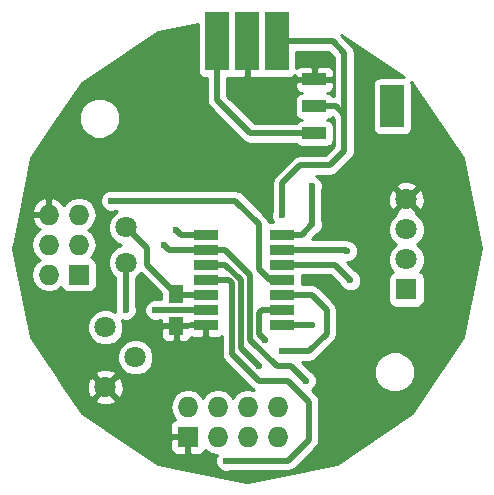
<source format=gtl>
G04 #@! TF.FileFunction,Copper,L1,Top,Signal*
%FSLAX46Y46*%
G04 Gerber Fmt 4.6, Leading zero omitted, Abs format (unit mm)*
G04 Created by KiCad (PCBNEW 4.0.4+e1-6308~48~ubuntu16.04.1-stable) date Tue Dec 13 09:27:16 2016*
%MOMM*%
%LPD*%
G01*
G04 APERTURE LIST*
%ADD10C,0.100000*%
%ADD11R,1.300000X1.500000*%
%ADD12R,2.032000X3.657600*%
%ADD13R,2.032000X1.016000*%
%ADD14R,2.000000X5.000000*%
%ADD15R,2.000000X0.900000*%
%ADD16R,1.727200X1.727200*%
%ADD17O,1.727200X1.727200*%
%ADD18C,1.800000*%
%ADD19R,1.800000X1.800000*%
%ADD20C,0.600000*%
%ADD21C,0.500000*%
%ADD22C,0.254000*%
G04 APERTURE END LIST*
D10*
D11*
X183500000Y-121650000D03*
X183500000Y-124350000D03*
D12*
X201802000Y-105750000D03*
D13*
X195198000Y-105750000D03*
X195198000Y-108036000D03*
X195198000Y-103464000D03*
D14*
X192040000Y-100250000D03*
X189500000Y-100250000D03*
X186960000Y-100250000D03*
D15*
X186000000Y-116630000D03*
X186000000Y-117900000D03*
X186000000Y-119170000D03*
X186000000Y-120440000D03*
X186000000Y-121710000D03*
X186000000Y-122980000D03*
X186000000Y-124250000D03*
X192500000Y-124250000D03*
X192500000Y-122980000D03*
X192500000Y-121710000D03*
X192500000Y-120440000D03*
X192500000Y-119170000D03*
X192500000Y-117900000D03*
X192500000Y-116630000D03*
D16*
X175250000Y-120000000D03*
D17*
X172710000Y-120000000D03*
X175250000Y-117460000D03*
X172710000Y-117460000D03*
X175250000Y-114920000D03*
X172710000Y-114920000D03*
D16*
X184500000Y-133750000D03*
D17*
X184500000Y-131210000D03*
X187040000Y-133750000D03*
X187040000Y-131210000D03*
X189580000Y-133750000D03*
X189580000Y-131210000D03*
X192120000Y-133750000D03*
X192120000Y-131210000D03*
D18*
X179250000Y-119000000D03*
X179250000Y-116000000D03*
X177500000Y-129540000D03*
X177500000Y-124460000D03*
X180040000Y-127000000D03*
D19*
X203000000Y-121250000D03*
D18*
X203000000Y-118710000D03*
X203000000Y-116170000D03*
X203000000Y-113630000D03*
D20*
X190250000Y-104500000D03*
X183500000Y-101000000D03*
X204000000Y-111750000D03*
X174000000Y-112500000D03*
X192500000Y-115000000D03*
X195000000Y-124250000D03*
X183500000Y-116250000D03*
X194500000Y-129000000D03*
X182500000Y-117500000D03*
X190500000Y-127750000D03*
X187750000Y-135750000D03*
X181750000Y-123000000D03*
X178000000Y-113750000D03*
X198000000Y-118000000D03*
X195000000Y-112500000D03*
X195000000Y-115750000D03*
X192500000Y-126500000D03*
X179250000Y-123000000D03*
X191000000Y-125500000D03*
X198250000Y-120500000D03*
D21*
X192040000Y-100250000D02*
X196750000Y-100250000D01*
X197750000Y-101250000D02*
X197750000Y-106500000D01*
X196750000Y-100250000D02*
X197750000Y-101250000D01*
X197000000Y-105750000D02*
X195198000Y-105750000D01*
X197750000Y-106500000D02*
X197000000Y-105750000D01*
X197750000Y-109500000D02*
X197750000Y-106500000D01*
X196500000Y-110750000D02*
X197750000Y-109500000D01*
X194000000Y-110750000D02*
X196500000Y-110750000D01*
X192500000Y-112250000D02*
X194000000Y-110750000D01*
X192500000Y-115000000D02*
X192500000Y-112250000D01*
X192000000Y-124250000D02*
X193500000Y-124250000D01*
X193500000Y-124250000D02*
X195000000Y-124250000D01*
X186500000Y-116630000D02*
X183880000Y-116630000D01*
X183880000Y-116630000D02*
X183500000Y-116250000D01*
X193250000Y-127750000D02*
X194500000Y-129000000D01*
X192000000Y-127750000D02*
X193250000Y-127750000D01*
X189750000Y-125500000D02*
X192000000Y-127750000D01*
X189750000Y-120000000D02*
X189750000Y-125500000D01*
X187650000Y-117900000D02*
X189750000Y-120000000D01*
X187000000Y-117900000D02*
X182900000Y-117900000D01*
X182900000Y-117900000D02*
X182500000Y-117500000D01*
X187000000Y-117900000D02*
X187650000Y-117900000D01*
X190500000Y-127750000D02*
X189000000Y-126250000D01*
X189000000Y-126250000D02*
X189000000Y-120500000D01*
X189000000Y-120500000D02*
X187670000Y-119170000D01*
X187670000Y-119170000D02*
X187000000Y-119170000D01*
X187000000Y-120440000D02*
X187940000Y-120440000D01*
X193000000Y-135750000D02*
X187750000Y-135750000D01*
X194750000Y-134000000D02*
X193000000Y-135750000D01*
X194750000Y-130750000D02*
X194750000Y-134000000D01*
X193000000Y-129000000D02*
X194750000Y-130750000D01*
X190500000Y-129000000D02*
X193000000Y-129000000D01*
X188250000Y-126750000D02*
X190500000Y-129000000D01*
X188250000Y-120750000D02*
X188250000Y-126750000D01*
X187940000Y-120440000D02*
X188250000Y-120750000D01*
X186000000Y-121710000D02*
X183560000Y-121710000D01*
X183560000Y-121710000D02*
X181000000Y-119150000D01*
X181000000Y-119150000D02*
X181000000Y-117750000D01*
X181000000Y-117750000D02*
X179250000Y-116000000D01*
X186500000Y-122980000D02*
X181770000Y-122980000D01*
X181770000Y-122980000D02*
X181750000Y-123000000D01*
X192500000Y-120440000D02*
X191440000Y-120440000D01*
X188500000Y-113750000D02*
X178000000Y-113750000D01*
X190500000Y-115750000D02*
X188500000Y-113750000D01*
X190500000Y-119500000D02*
X190500000Y-115750000D01*
X191440000Y-120440000D02*
X190500000Y-119500000D01*
X192500000Y-120440000D02*
X191690000Y-120440000D01*
X197900000Y-117900000D02*
X192000000Y-117900000D01*
X198000000Y-118000000D02*
X197900000Y-117900000D01*
X195000000Y-112500000D02*
X195000000Y-114750000D01*
X195000000Y-112500000D02*
X195000000Y-112500000D01*
X195000000Y-115750000D02*
X194120000Y-116630000D01*
X195000000Y-114750000D02*
X195000000Y-115750000D01*
X194120000Y-116630000D02*
X192000000Y-116630000D01*
X192500000Y-121710000D02*
X194960000Y-121710000D01*
X194750000Y-126500000D02*
X192500000Y-126500000D01*
X196250000Y-125000000D02*
X194750000Y-126500000D01*
X196250000Y-123000000D02*
X196250000Y-125000000D01*
X194960000Y-121710000D02*
X196250000Y-123000000D01*
X192000000Y-121710000D02*
X192960000Y-121710000D01*
X179250000Y-123000000D02*
X179250000Y-119000000D01*
X192000000Y-122980000D02*
X190770000Y-122980000D01*
X190500000Y-125000000D02*
X191000000Y-125500000D01*
X190500000Y-123250000D02*
X190500000Y-125000000D01*
X190770000Y-122980000D02*
X190500000Y-123250000D01*
X192000000Y-119170000D02*
X196920000Y-119170000D01*
X196920000Y-119170000D02*
X198250000Y-120500000D01*
X186960000Y-100250000D02*
X186960000Y-105210000D01*
X189786000Y-108036000D02*
X195198000Y-108036000D01*
X186960000Y-105210000D02*
X189786000Y-108036000D01*
X195198000Y-108036000D02*
X194286000Y-108036000D01*
D22*
G36*
X185312560Y-102750000D02*
X185356838Y-102985317D01*
X185495910Y-103201441D01*
X185708110Y-103346431D01*
X185960000Y-103397440D01*
X186075000Y-103397440D01*
X186075000Y-105209995D01*
X186074999Y-105210000D01*
X186115046Y-105411325D01*
X186142367Y-105548675D01*
X186334210Y-105835790D01*
X189160208Y-108661787D01*
X189160210Y-108661790D01*
X189336103Y-108779317D01*
X189447326Y-108853634D01*
X189786000Y-108921001D01*
X189786005Y-108921000D01*
X193670009Y-108921000D01*
X193717910Y-108995441D01*
X193930110Y-109140431D01*
X194182000Y-109191440D01*
X196214000Y-109191440D01*
X196449317Y-109147162D01*
X196665441Y-109008090D01*
X196810431Y-108795890D01*
X196861440Y-108544000D01*
X196861440Y-107528000D01*
X196817162Y-107292683D01*
X196678090Y-107076559D01*
X196465890Y-106931569D01*
X196277686Y-106893457D01*
X196449317Y-106861162D01*
X196665441Y-106722090D01*
X196687795Y-106689374D01*
X196865000Y-106866579D01*
X196865000Y-109133421D01*
X196133420Y-109865000D01*
X194000000Y-109865000D01*
X193661325Y-109932367D01*
X193374210Y-110124210D01*
X193374208Y-110124213D01*
X191874210Y-111624210D01*
X191682367Y-111911325D01*
X191682367Y-111911326D01*
X191614999Y-112250000D01*
X191615000Y-112250005D01*
X191615000Y-114693178D01*
X191565162Y-114813201D01*
X191564838Y-115185167D01*
X191706883Y-115528943D01*
X191710494Y-115532560D01*
X191500000Y-115532560D01*
X191347458Y-115561263D01*
X191317633Y-115411325D01*
X191253379Y-115315162D01*
X191125790Y-115124210D01*
X191125787Y-115124208D01*
X189125790Y-113124210D01*
X188876750Y-112957808D01*
X188838675Y-112932367D01*
X188782484Y-112921190D01*
X188500000Y-112864999D01*
X188499995Y-112865000D01*
X178306822Y-112865000D01*
X178186799Y-112815162D01*
X177814833Y-112814838D01*
X177471057Y-112956883D01*
X177207808Y-113219673D01*
X177065162Y-113563201D01*
X177064838Y-113935167D01*
X177206883Y-114278943D01*
X177469673Y-114542192D01*
X177813201Y-114684838D01*
X178185167Y-114685162D01*
X178306569Y-114635000D01*
X178533936Y-114635000D01*
X178381629Y-114697932D01*
X177949449Y-115129357D01*
X177715267Y-115693330D01*
X177714735Y-116303991D01*
X177947932Y-116868371D01*
X178379357Y-117300551D01*
X178860171Y-117500202D01*
X178381629Y-117697932D01*
X177949449Y-118129357D01*
X177715267Y-118693330D01*
X177714735Y-119303991D01*
X177947932Y-119868371D01*
X178365000Y-120286169D01*
X178365000Y-122693178D01*
X178315162Y-122813201D01*
X178314881Y-123136294D01*
X177806670Y-122925267D01*
X177196009Y-122924735D01*
X176631629Y-123157932D01*
X176199449Y-123589357D01*
X175965267Y-124153330D01*
X175964735Y-124763991D01*
X176197932Y-125328371D01*
X176629357Y-125760551D01*
X177193330Y-125994733D01*
X177803991Y-125995265D01*
X178368371Y-125762068D01*
X178800551Y-125330643D01*
X179034733Y-124766670D01*
X179034847Y-124635750D01*
X182215000Y-124635750D01*
X182215000Y-125226309D01*
X182311673Y-125459698D01*
X182490301Y-125638327D01*
X182723690Y-125735000D01*
X183214250Y-125735000D01*
X183373000Y-125576250D01*
X183373000Y-124477000D01*
X183627000Y-124477000D01*
X183627000Y-125576250D01*
X183785750Y-125735000D01*
X184276310Y-125735000D01*
X184509699Y-125638327D01*
X184688327Y-125459698D01*
X184759560Y-125287726D01*
X184873690Y-125335000D01*
X185714250Y-125335000D01*
X185873000Y-125176250D01*
X185873000Y-124377000D01*
X184523750Y-124377000D01*
X184423750Y-124477000D01*
X183627000Y-124477000D01*
X183373000Y-124477000D01*
X182373750Y-124477000D01*
X182215000Y-124635750D01*
X179034847Y-124635750D01*
X179035265Y-124156009D01*
X178919167Y-123875029D01*
X179063201Y-123934838D01*
X179435167Y-123935162D01*
X179778943Y-123793117D01*
X180042192Y-123530327D01*
X180184838Y-123186799D01*
X180185162Y-122814833D01*
X180135000Y-122693431D01*
X180135000Y-120285468D01*
X180509771Y-119911351D01*
X182202560Y-121604139D01*
X182202560Y-122095000D01*
X182008657Y-122095000D01*
X181936799Y-122065162D01*
X181564833Y-122064838D01*
X181221057Y-122206883D01*
X180957808Y-122469673D01*
X180815162Y-122813201D01*
X180814838Y-123185167D01*
X180956883Y-123528943D01*
X181219673Y-123792192D01*
X181563201Y-123934838D01*
X181935167Y-123935162D01*
X182104972Y-123865000D01*
X182215000Y-123865000D01*
X182215000Y-124064250D01*
X182373750Y-124223000D01*
X183373000Y-124223000D01*
X183373000Y-124203000D01*
X183627000Y-124203000D01*
X183627000Y-124223000D01*
X184626250Y-124223000D01*
X184726250Y-124123000D01*
X185873000Y-124123000D01*
X185873000Y-124103000D01*
X186127000Y-124103000D01*
X186127000Y-124123000D01*
X186147000Y-124123000D01*
X186147000Y-124377000D01*
X186127000Y-124377000D01*
X186127000Y-125176250D01*
X186285750Y-125335000D01*
X187126310Y-125335000D01*
X187359699Y-125238327D01*
X187365000Y-125233026D01*
X187365000Y-126749995D01*
X187364999Y-126750000D01*
X187420761Y-127030327D01*
X187432367Y-127088675D01*
X187552512Y-127268485D01*
X187624210Y-127375790D01*
X189874208Y-129625787D01*
X189874210Y-129625790D01*
X190014615Y-129719605D01*
X190118791Y-129789213D01*
X189580000Y-129682041D01*
X189006511Y-129796115D01*
X188520330Y-130120971D01*
X188310000Y-130435752D01*
X188099670Y-130120971D01*
X187613489Y-129796115D01*
X187040000Y-129682041D01*
X186466511Y-129796115D01*
X185980330Y-130120971D01*
X185770000Y-130435752D01*
X185559670Y-130120971D01*
X185073489Y-129796115D01*
X184500000Y-129682041D01*
X183926511Y-129796115D01*
X183440330Y-130120971D01*
X183115474Y-130607152D01*
X183001400Y-131180641D01*
X183001400Y-131239359D01*
X183115474Y-131812848D01*
X183430526Y-132284356D01*
X183276701Y-132348073D01*
X183098073Y-132526702D01*
X183001400Y-132760091D01*
X183001400Y-133464250D01*
X183160150Y-133623000D01*
X184373000Y-133623000D01*
X184373000Y-133603000D01*
X184627000Y-133603000D01*
X184627000Y-133623000D01*
X184647000Y-133623000D01*
X184647000Y-133877000D01*
X184627000Y-133877000D01*
X184627000Y-135089850D01*
X184785750Y-135248600D01*
X185489910Y-135248600D01*
X185723299Y-135151927D01*
X185901927Y-134973298D01*
X185966263Y-134817977D01*
X185980330Y-134839029D01*
X186466511Y-135163885D01*
X186941723Y-135258410D01*
X186815162Y-135563201D01*
X186814838Y-135935167D01*
X186956883Y-136278943D01*
X187219673Y-136542192D01*
X187563201Y-136684838D01*
X187935167Y-136685162D01*
X188056569Y-136635000D01*
X192999995Y-136635000D01*
X193000000Y-136635001D01*
X193282484Y-136578810D01*
X193338675Y-136567633D01*
X193625790Y-136375790D01*
X195375787Y-134625792D01*
X195375790Y-134625790D01*
X195567633Y-134338675D01*
X195578810Y-134282484D01*
X195635001Y-134000000D01*
X195635000Y-133999995D01*
X195635000Y-130750005D01*
X195635001Y-130750000D01*
X195567633Y-130411326D01*
X195567633Y-130411325D01*
X195375790Y-130124210D01*
X195375787Y-130124208D01*
X195036826Y-129785247D01*
X195292192Y-129530327D01*
X195434838Y-129186799D01*
X195435162Y-128814833D01*
X195343751Y-128593599D01*
X200264699Y-128593599D01*
X200528281Y-129231515D01*
X201015918Y-129720004D01*
X201653373Y-129984699D01*
X202343599Y-129985301D01*
X202981515Y-129721719D01*
X203470004Y-129234082D01*
X203734699Y-128596627D01*
X203735301Y-127906401D01*
X203471719Y-127268485D01*
X202984082Y-126779996D01*
X202346627Y-126515301D01*
X201656401Y-126514699D01*
X201018485Y-126778281D01*
X200529996Y-127265918D01*
X200265301Y-127903373D01*
X200264699Y-128593599D01*
X195343751Y-128593599D01*
X195293117Y-128471057D01*
X195030327Y-128207808D01*
X194909013Y-128157434D01*
X194136580Y-127385000D01*
X194749995Y-127385000D01*
X194750000Y-127385001D01*
X195032484Y-127328810D01*
X195088675Y-127317633D01*
X195375790Y-127125790D01*
X196875787Y-125625792D01*
X196875790Y-125625790D01*
X197067633Y-125338675D01*
X197135000Y-125000000D01*
X197135000Y-123000000D01*
X197067633Y-122661325D01*
X196875790Y-122374210D01*
X196875787Y-122374208D01*
X195585790Y-121084210D01*
X195505148Y-121030327D01*
X195298675Y-120892367D01*
X195242484Y-120881190D01*
X194960000Y-120824999D01*
X194959995Y-120825000D01*
X194147440Y-120825000D01*
X194147440Y-120055000D01*
X196553420Y-120055000D01*
X197407255Y-120908834D01*
X197456883Y-121028943D01*
X197719673Y-121292192D01*
X198063201Y-121434838D01*
X198435167Y-121435162D01*
X198778943Y-121293117D01*
X199042192Y-121030327D01*
X199184838Y-120686799D01*
X199185131Y-120350000D01*
X201452560Y-120350000D01*
X201452560Y-122150000D01*
X201496838Y-122385317D01*
X201635910Y-122601441D01*
X201848110Y-122746431D01*
X202100000Y-122797440D01*
X203900000Y-122797440D01*
X204135317Y-122753162D01*
X204351441Y-122614090D01*
X204496431Y-122401890D01*
X204547440Y-122150000D01*
X204547440Y-120350000D01*
X204503162Y-120114683D01*
X204364090Y-119898559D01*
X204151890Y-119753569D01*
X204131466Y-119749433D01*
X204300551Y-119580643D01*
X204534733Y-119016670D01*
X204535265Y-118406009D01*
X204302068Y-117841629D01*
X203900818Y-117439677D01*
X204300551Y-117040643D01*
X204534733Y-116476670D01*
X204535265Y-115866009D01*
X204302068Y-115301629D01*
X203870643Y-114869449D01*
X203849806Y-114860797D01*
X203900554Y-114710159D01*
X203000000Y-113809605D01*
X202099446Y-114710159D01*
X202150035Y-114860327D01*
X202131629Y-114867932D01*
X201699449Y-115299357D01*
X201465267Y-115863330D01*
X201464735Y-116473991D01*
X201697932Y-117038371D01*
X202099182Y-117440323D01*
X201699449Y-117839357D01*
X201465267Y-118403330D01*
X201464735Y-119013991D01*
X201697932Y-119578371D01*
X201865880Y-119746613D01*
X201864683Y-119746838D01*
X201648559Y-119885910D01*
X201503569Y-120098110D01*
X201452560Y-120350000D01*
X199185131Y-120350000D01*
X199185162Y-120314833D01*
X199043117Y-119971057D01*
X198780327Y-119707808D01*
X198659013Y-119657434D01*
X197936525Y-118934945D01*
X198185167Y-118935162D01*
X198528943Y-118793117D01*
X198792192Y-118530327D01*
X198934838Y-118186799D01*
X198935162Y-117814833D01*
X198793117Y-117471057D01*
X198530327Y-117207808D01*
X198255817Y-117093821D01*
X198238675Y-117082367D01*
X198218632Y-117078380D01*
X198186799Y-117065162D01*
X198152028Y-117065132D01*
X197900000Y-117014999D01*
X197899995Y-117015000D01*
X194986580Y-117015000D01*
X195408835Y-116592745D01*
X195528943Y-116543117D01*
X195792192Y-116280327D01*
X195934838Y-115936799D01*
X195935162Y-115564833D01*
X195885000Y-115443431D01*
X195885000Y-113389336D01*
X201453542Y-113389336D01*
X201479161Y-113999460D01*
X201663357Y-114444148D01*
X201919841Y-114530554D01*
X202820395Y-113630000D01*
X203179605Y-113630000D01*
X204080159Y-114530554D01*
X204336643Y-114444148D01*
X204546458Y-113870664D01*
X204520839Y-113260540D01*
X204336643Y-112815852D01*
X204080159Y-112729446D01*
X203179605Y-113630000D01*
X202820395Y-113630000D01*
X201919841Y-112729446D01*
X201663357Y-112815852D01*
X201453542Y-113389336D01*
X195885000Y-113389336D01*
X195885000Y-112806822D01*
X195934838Y-112686799D01*
X195934957Y-112549841D01*
X202099446Y-112549841D01*
X203000000Y-113450395D01*
X203900554Y-112549841D01*
X203814148Y-112293357D01*
X203240664Y-112083542D01*
X202630540Y-112109161D01*
X202185852Y-112293357D01*
X202099446Y-112549841D01*
X195934957Y-112549841D01*
X195935162Y-112314833D01*
X195793117Y-111971057D01*
X195530327Y-111707808D01*
X195354987Y-111635000D01*
X196499995Y-111635000D01*
X196500000Y-111635001D01*
X196782484Y-111578810D01*
X196838675Y-111567633D01*
X197125790Y-111375790D01*
X198375787Y-110125792D01*
X198375790Y-110125790D01*
X198567633Y-109838675D01*
X198609532Y-109628036D01*
X198635001Y-109500000D01*
X198635000Y-109499995D01*
X198635000Y-106500005D01*
X198635001Y-106500000D01*
X198635000Y-106499995D01*
X198635000Y-101250005D01*
X198635001Y-101250000D01*
X198567634Y-100911326D01*
X198503975Y-100816054D01*
X198375790Y-100624210D01*
X198375787Y-100624208D01*
X197460624Y-99709044D01*
X202795598Y-103273760D01*
X200786000Y-103273760D01*
X200550683Y-103318038D01*
X200334559Y-103457110D01*
X200189569Y-103669310D01*
X200138560Y-103921200D01*
X200138560Y-107578800D01*
X200182838Y-107814117D01*
X200321910Y-108030241D01*
X200534110Y-108175231D01*
X200786000Y-108226240D01*
X202818000Y-108226240D01*
X203053317Y-108181962D01*
X203269441Y-108042890D01*
X203414431Y-107830690D01*
X203465440Y-107578800D01*
X203465440Y-103921200D01*
X203422424Y-103692592D01*
X203503341Y-103746659D01*
X207796247Y-110171446D01*
X209303715Y-117750000D01*
X207796247Y-125328554D01*
X203503341Y-131753341D01*
X197078554Y-136046247D01*
X189568950Y-137540000D01*
X189500000Y-137526285D01*
X189431050Y-137540000D01*
X181921446Y-136046247D01*
X178912526Y-134035750D01*
X183001400Y-134035750D01*
X183001400Y-134739909D01*
X183098073Y-134973298D01*
X183276701Y-135151927D01*
X183510090Y-135248600D01*
X184214250Y-135248600D01*
X184373000Y-135089850D01*
X184373000Y-133877000D01*
X183160150Y-133877000D01*
X183001400Y-134035750D01*
X178912526Y-134035750D01*
X175496659Y-131753341D01*
X174739492Y-130620159D01*
X176599446Y-130620159D01*
X176685852Y-130876643D01*
X177259336Y-131086458D01*
X177869460Y-131060839D01*
X178314148Y-130876643D01*
X178400554Y-130620159D01*
X177500000Y-129719605D01*
X176599446Y-130620159D01*
X174739492Y-130620159D01*
X173856946Y-129299336D01*
X175953542Y-129299336D01*
X175979161Y-129909460D01*
X176163357Y-130354148D01*
X176419841Y-130440554D01*
X177320395Y-129540000D01*
X177679605Y-129540000D01*
X178580159Y-130440554D01*
X178836643Y-130354148D01*
X179046458Y-129780664D01*
X179020839Y-129170540D01*
X178836643Y-128725852D01*
X178580159Y-128639446D01*
X177679605Y-129540000D01*
X177320395Y-129540000D01*
X176419841Y-128639446D01*
X176163357Y-128725852D01*
X175953542Y-129299336D01*
X173856946Y-129299336D01*
X173296014Y-128459841D01*
X176599446Y-128459841D01*
X177500000Y-129360395D01*
X178400554Y-128459841D01*
X178314148Y-128203357D01*
X177740664Y-127993542D01*
X177130540Y-128019161D01*
X176685852Y-128203357D01*
X176599446Y-128459841D01*
X173296014Y-128459841D01*
X172523700Y-127303991D01*
X178504735Y-127303991D01*
X178737932Y-127868371D01*
X179169357Y-128300551D01*
X179733330Y-128534733D01*
X180343991Y-128535265D01*
X180908371Y-128302068D01*
X181340551Y-127870643D01*
X181574733Y-127306670D01*
X181575265Y-126696009D01*
X181342068Y-126131629D01*
X180910643Y-125699449D01*
X180346670Y-125465267D01*
X179736009Y-125464735D01*
X179171629Y-125697932D01*
X178739449Y-126129357D01*
X178505267Y-126693330D01*
X178504735Y-127303991D01*
X172523700Y-127303991D01*
X171203753Y-125328554D01*
X169710000Y-117818950D01*
X169723715Y-117750000D01*
X169710000Y-117681050D01*
X169753969Y-117460000D01*
X171182041Y-117460000D01*
X171296115Y-118033489D01*
X171620971Y-118519670D01*
X171935752Y-118730000D01*
X171620971Y-118940330D01*
X171296115Y-119426511D01*
X171182041Y-120000000D01*
X171296115Y-120573489D01*
X171620971Y-121059670D01*
X172107152Y-121384526D01*
X172680641Y-121498600D01*
X172739359Y-121498600D01*
X173312848Y-121384526D01*
X173778442Y-121073426D01*
X173783238Y-121098917D01*
X173922310Y-121315041D01*
X174134510Y-121460031D01*
X174386400Y-121511040D01*
X176113600Y-121511040D01*
X176348917Y-121466762D01*
X176565041Y-121327690D01*
X176710031Y-121115490D01*
X176761040Y-120863600D01*
X176761040Y-119136400D01*
X176716762Y-118901083D01*
X176577690Y-118684959D01*
X176365490Y-118539969D01*
X176321869Y-118531136D01*
X176339029Y-118519670D01*
X176663885Y-118033489D01*
X176777959Y-117460000D01*
X176663885Y-116886511D01*
X176339029Y-116400330D01*
X176024248Y-116190000D01*
X176339029Y-115979670D01*
X176663885Y-115493489D01*
X176777959Y-114920000D01*
X176663885Y-114346511D01*
X176339029Y-113860330D01*
X175852848Y-113535474D01*
X175279359Y-113421400D01*
X175220641Y-113421400D01*
X174647152Y-113535474D01*
X174160971Y-113860330D01*
X173980008Y-114131161D01*
X173598490Y-113713179D01*
X173069027Y-113465032D01*
X172837000Y-113585531D01*
X172837000Y-114793000D01*
X172857000Y-114793000D01*
X172857000Y-115047000D01*
X172837000Y-115047000D01*
X172837000Y-115067000D01*
X172583000Y-115067000D01*
X172583000Y-115047000D01*
X171376183Y-115047000D01*
X171255042Y-115279026D01*
X171427312Y-115694947D01*
X171821510Y-116126821D01*
X171944228Y-116184336D01*
X171620971Y-116400330D01*
X171296115Y-116886511D01*
X171182041Y-117460000D01*
X169753969Y-117460000D01*
X170330621Y-114560974D01*
X171255042Y-114560974D01*
X171376183Y-114793000D01*
X172583000Y-114793000D01*
X172583000Y-113585531D01*
X172350973Y-113465032D01*
X171821510Y-113713179D01*
X171427312Y-114145053D01*
X171255042Y-114560974D01*
X170330621Y-114560974D01*
X171203753Y-110171446D01*
X173260304Y-107093599D01*
X175264699Y-107093599D01*
X175528281Y-107731515D01*
X176015918Y-108220004D01*
X176653373Y-108484699D01*
X177343599Y-108485301D01*
X177981515Y-108221719D01*
X178470004Y-107734082D01*
X178734699Y-107096627D01*
X178735301Y-106406401D01*
X178471719Y-105768485D01*
X177984082Y-105279996D01*
X177346627Y-105015301D01*
X176656401Y-105014699D01*
X176018485Y-105278281D01*
X175529996Y-105765918D01*
X175265301Y-106403373D01*
X175264699Y-107093599D01*
X173260304Y-107093599D01*
X175496659Y-103746659D01*
X181921446Y-99453753D01*
X185312560Y-98779219D01*
X185312560Y-102750000D01*
X185312560Y-102750000D01*
G37*
X185312560Y-102750000D02*
X185356838Y-102985317D01*
X185495910Y-103201441D01*
X185708110Y-103346431D01*
X185960000Y-103397440D01*
X186075000Y-103397440D01*
X186075000Y-105209995D01*
X186074999Y-105210000D01*
X186115046Y-105411325D01*
X186142367Y-105548675D01*
X186334210Y-105835790D01*
X189160208Y-108661787D01*
X189160210Y-108661790D01*
X189336103Y-108779317D01*
X189447326Y-108853634D01*
X189786000Y-108921001D01*
X189786005Y-108921000D01*
X193670009Y-108921000D01*
X193717910Y-108995441D01*
X193930110Y-109140431D01*
X194182000Y-109191440D01*
X196214000Y-109191440D01*
X196449317Y-109147162D01*
X196665441Y-109008090D01*
X196810431Y-108795890D01*
X196861440Y-108544000D01*
X196861440Y-107528000D01*
X196817162Y-107292683D01*
X196678090Y-107076559D01*
X196465890Y-106931569D01*
X196277686Y-106893457D01*
X196449317Y-106861162D01*
X196665441Y-106722090D01*
X196687795Y-106689374D01*
X196865000Y-106866579D01*
X196865000Y-109133421D01*
X196133420Y-109865000D01*
X194000000Y-109865000D01*
X193661325Y-109932367D01*
X193374210Y-110124210D01*
X193374208Y-110124213D01*
X191874210Y-111624210D01*
X191682367Y-111911325D01*
X191682367Y-111911326D01*
X191614999Y-112250000D01*
X191615000Y-112250005D01*
X191615000Y-114693178D01*
X191565162Y-114813201D01*
X191564838Y-115185167D01*
X191706883Y-115528943D01*
X191710494Y-115532560D01*
X191500000Y-115532560D01*
X191347458Y-115561263D01*
X191317633Y-115411325D01*
X191253379Y-115315162D01*
X191125790Y-115124210D01*
X191125787Y-115124208D01*
X189125790Y-113124210D01*
X188876750Y-112957808D01*
X188838675Y-112932367D01*
X188782484Y-112921190D01*
X188500000Y-112864999D01*
X188499995Y-112865000D01*
X178306822Y-112865000D01*
X178186799Y-112815162D01*
X177814833Y-112814838D01*
X177471057Y-112956883D01*
X177207808Y-113219673D01*
X177065162Y-113563201D01*
X177064838Y-113935167D01*
X177206883Y-114278943D01*
X177469673Y-114542192D01*
X177813201Y-114684838D01*
X178185167Y-114685162D01*
X178306569Y-114635000D01*
X178533936Y-114635000D01*
X178381629Y-114697932D01*
X177949449Y-115129357D01*
X177715267Y-115693330D01*
X177714735Y-116303991D01*
X177947932Y-116868371D01*
X178379357Y-117300551D01*
X178860171Y-117500202D01*
X178381629Y-117697932D01*
X177949449Y-118129357D01*
X177715267Y-118693330D01*
X177714735Y-119303991D01*
X177947932Y-119868371D01*
X178365000Y-120286169D01*
X178365000Y-122693178D01*
X178315162Y-122813201D01*
X178314881Y-123136294D01*
X177806670Y-122925267D01*
X177196009Y-122924735D01*
X176631629Y-123157932D01*
X176199449Y-123589357D01*
X175965267Y-124153330D01*
X175964735Y-124763991D01*
X176197932Y-125328371D01*
X176629357Y-125760551D01*
X177193330Y-125994733D01*
X177803991Y-125995265D01*
X178368371Y-125762068D01*
X178800551Y-125330643D01*
X179034733Y-124766670D01*
X179034847Y-124635750D01*
X182215000Y-124635750D01*
X182215000Y-125226309D01*
X182311673Y-125459698D01*
X182490301Y-125638327D01*
X182723690Y-125735000D01*
X183214250Y-125735000D01*
X183373000Y-125576250D01*
X183373000Y-124477000D01*
X183627000Y-124477000D01*
X183627000Y-125576250D01*
X183785750Y-125735000D01*
X184276310Y-125735000D01*
X184509699Y-125638327D01*
X184688327Y-125459698D01*
X184759560Y-125287726D01*
X184873690Y-125335000D01*
X185714250Y-125335000D01*
X185873000Y-125176250D01*
X185873000Y-124377000D01*
X184523750Y-124377000D01*
X184423750Y-124477000D01*
X183627000Y-124477000D01*
X183373000Y-124477000D01*
X182373750Y-124477000D01*
X182215000Y-124635750D01*
X179034847Y-124635750D01*
X179035265Y-124156009D01*
X178919167Y-123875029D01*
X179063201Y-123934838D01*
X179435167Y-123935162D01*
X179778943Y-123793117D01*
X180042192Y-123530327D01*
X180184838Y-123186799D01*
X180185162Y-122814833D01*
X180135000Y-122693431D01*
X180135000Y-120285468D01*
X180509771Y-119911351D01*
X182202560Y-121604139D01*
X182202560Y-122095000D01*
X182008657Y-122095000D01*
X181936799Y-122065162D01*
X181564833Y-122064838D01*
X181221057Y-122206883D01*
X180957808Y-122469673D01*
X180815162Y-122813201D01*
X180814838Y-123185167D01*
X180956883Y-123528943D01*
X181219673Y-123792192D01*
X181563201Y-123934838D01*
X181935167Y-123935162D01*
X182104972Y-123865000D01*
X182215000Y-123865000D01*
X182215000Y-124064250D01*
X182373750Y-124223000D01*
X183373000Y-124223000D01*
X183373000Y-124203000D01*
X183627000Y-124203000D01*
X183627000Y-124223000D01*
X184626250Y-124223000D01*
X184726250Y-124123000D01*
X185873000Y-124123000D01*
X185873000Y-124103000D01*
X186127000Y-124103000D01*
X186127000Y-124123000D01*
X186147000Y-124123000D01*
X186147000Y-124377000D01*
X186127000Y-124377000D01*
X186127000Y-125176250D01*
X186285750Y-125335000D01*
X187126310Y-125335000D01*
X187359699Y-125238327D01*
X187365000Y-125233026D01*
X187365000Y-126749995D01*
X187364999Y-126750000D01*
X187420761Y-127030327D01*
X187432367Y-127088675D01*
X187552512Y-127268485D01*
X187624210Y-127375790D01*
X189874208Y-129625787D01*
X189874210Y-129625790D01*
X190014615Y-129719605D01*
X190118791Y-129789213D01*
X189580000Y-129682041D01*
X189006511Y-129796115D01*
X188520330Y-130120971D01*
X188310000Y-130435752D01*
X188099670Y-130120971D01*
X187613489Y-129796115D01*
X187040000Y-129682041D01*
X186466511Y-129796115D01*
X185980330Y-130120971D01*
X185770000Y-130435752D01*
X185559670Y-130120971D01*
X185073489Y-129796115D01*
X184500000Y-129682041D01*
X183926511Y-129796115D01*
X183440330Y-130120971D01*
X183115474Y-130607152D01*
X183001400Y-131180641D01*
X183001400Y-131239359D01*
X183115474Y-131812848D01*
X183430526Y-132284356D01*
X183276701Y-132348073D01*
X183098073Y-132526702D01*
X183001400Y-132760091D01*
X183001400Y-133464250D01*
X183160150Y-133623000D01*
X184373000Y-133623000D01*
X184373000Y-133603000D01*
X184627000Y-133603000D01*
X184627000Y-133623000D01*
X184647000Y-133623000D01*
X184647000Y-133877000D01*
X184627000Y-133877000D01*
X184627000Y-135089850D01*
X184785750Y-135248600D01*
X185489910Y-135248600D01*
X185723299Y-135151927D01*
X185901927Y-134973298D01*
X185966263Y-134817977D01*
X185980330Y-134839029D01*
X186466511Y-135163885D01*
X186941723Y-135258410D01*
X186815162Y-135563201D01*
X186814838Y-135935167D01*
X186956883Y-136278943D01*
X187219673Y-136542192D01*
X187563201Y-136684838D01*
X187935167Y-136685162D01*
X188056569Y-136635000D01*
X192999995Y-136635000D01*
X193000000Y-136635001D01*
X193282484Y-136578810D01*
X193338675Y-136567633D01*
X193625790Y-136375790D01*
X195375787Y-134625792D01*
X195375790Y-134625790D01*
X195567633Y-134338675D01*
X195578810Y-134282484D01*
X195635001Y-134000000D01*
X195635000Y-133999995D01*
X195635000Y-130750005D01*
X195635001Y-130750000D01*
X195567633Y-130411326D01*
X195567633Y-130411325D01*
X195375790Y-130124210D01*
X195375787Y-130124208D01*
X195036826Y-129785247D01*
X195292192Y-129530327D01*
X195434838Y-129186799D01*
X195435162Y-128814833D01*
X195343751Y-128593599D01*
X200264699Y-128593599D01*
X200528281Y-129231515D01*
X201015918Y-129720004D01*
X201653373Y-129984699D01*
X202343599Y-129985301D01*
X202981515Y-129721719D01*
X203470004Y-129234082D01*
X203734699Y-128596627D01*
X203735301Y-127906401D01*
X203471719Y-127268485D01*
X202984082Y-126779996D01*
X202346627Y-126515301D01*
X201656401Y-126514699D01*
X201018485Y-126778281D01*
X200529996Y-127265918D01*
X200265301Y-127903373D01*
X200264699Y-128593599D01*
X195343751Y-128593599D01*
X195293117Y-128471057D01*
X195030327Y-128207808D01*
X194909013Y-128157434D01*
X194136580Y-127385000D01*
X194749995Y-127385000D01*
X194750000Y-127385001D01*
X195032484Y-127328810D01*
X195088675Y-127317633D01*
X195375790Y-127125790D01*
X196875787Y-125625792D01*
X196875790Y-125625790D01*
X197067633Y-125338675D01*
X197135000Y-125000000D01*
X197135000Y-123000000D01*
X197067633Y-122661325D01*
X196875790Y-122374210D01*
X196875787Y-122374208D01*
X195585790Y-121084210D01*
X195505148Y-121030327D01*
X195298675Y-120892367D01*
X195242484Y-120881190D01*
X194960000Y-120824999D01*
X194959995Y-120825000D01*
X194147440Y-120825000D01*
X194147440Y-120055000D01*
X196553420Y-120055000D01*
X197407255Y-120908834D01*
X197456883Y-121028943D01*
X197719673Y-121292192D01*
X198063201Y-121434838D01*
X198435167Y-121435162D01*
X198778943Y-121293117D01*
X199042192Y-121030327D01*
X199184838Y-120686799D01*
X199185131Y-120350000D01*
X201452560Y-120350000D01*
X201452560Y-122150000D01*
X201496838Y-122385317D01*
X201635910Y-122601441D01*
X201848110Y-122746431D01*
X202100000Y-122797440D01*
X203900000Y-122797440D01*
X204135317Y-122753162D01*
X204351441Y-122614090D01*
X204496431Y-122401890D01*
X204547440Y-122150000D01*
X204547440Y-120350000D01*
X204503162Y-120114683D01*
X204364090Y-119898559D01*
X204151890Y-119753569D01*
X204131466Y-119749433D01*
X204300551Y-119580643D01*
X204534733Y-119016670D01*
X204535265Y-118406009D01*
X204302068Y-117841629D01*
X203900818Y-117439677D01*
X204300551Y-117040643D01*
X204534733Y-116476670D01*
X204535265Y-115866009D01*
X204302068Y-115301629D01*
X203870643Y-114869449D01*
X203849806Y-114860797D01*
X203900554Y-114710159D01*
X203000000Y-113809605D01*
X202099446Y-114710159D01*
X202150035Y-114860327D01*
X202131629Y-114867932D01*
X201699449Y-115299357D01*
X201465267Y-115863330D01*
X201464735Y-116473991D01*
X201697932Y-117038371D01*
X202099182Y-117440323D01*
X201699449Y-117839357D01*
X201465267Y-118403330D01*
X201464735Y-119013991D01*
X201697932Y-119578371D01*
X201865880Y-119746613D01*
X201864683Y-119746838D01*
X201648559Y-119885910D01*
X201503569Y-120098110D01*
X201452560Y-120350000D01*
X199185131Y-120350000D01*
X199185162Y-120314833D01*
X199043117Y-119971057D01*
X198780327Y-119707808D01*
X198659013Y-119657434D01*
X197936525Y-118934945D01*
X198185167Y-118935162D01*
X198528943Y-118793117D01*
X198792192Y-118530327D01*
X198934838Y-118186799D01*
X198935162Y-117814833D01*
X198793117Y-117471057D01*
X198530327Y-117207808D01*
X198255817Y-117093821D01*
X198238675Y-117082367D01*
X198218632Y-117078380D01*
X198186799Y-117065162D01*
X198152028Y-117065132D01*
X197900000Y-117014999D01*
X197899995Y-117015000D01*
X194986580Y-117015000D01*
X195408835Y-116592745D01*
X195528943Y-116543117D01*
X195792192Y-116280327D01*
X195934838Y-115936799D01*
X195935162Y-115564833D01*
X195885000Y-115443431D01*
X195885000Y-113389336D01*
X201453542Y-113389336D01*
X201479161Y-113999460D01*
X201663357Y-114444148D01*
X201919841Y-114530554D01*
X202820395Y-113630000D01*
X203179605Y-113630000D01*
X204080159Y-114530554D01*
X204336643Y-114444148D01*
X204546458Y-113870664D01*
X204520839Y-113260540D01*
X204336643Y-112815852D01*
X204080159Y-112729446D01*
X203179605Y-113630000D01*
X202820395Y-113630000D01*
X201919841Y-112729446D01*
X201663357Y-112815852D01*
X201453542Y-113389336D01*
X195885000Y-113389336D01*
X195885000Y-112806822D01*
X195934838Y-112686799D01*
X195934957Y-112549841D01*
X202099446Y-112549841D01*
X203000000Y-113450395D01*
X203900554Y-112549841D01*
X203814148Y-112293357D01*
X203240664Y-112083542D01*
X202630540Y-112109161D01*
X202185852Y-112293357D01*
X202099446Y-112549841D01*
X195934957Y-112549841D01*
X195935162Y-112314833D01*
X195793117Y-111971057D01*
X195530327Y-111707808D01*
X195354987Y-111635000D01*
X196499995Y-111635000D01*
X196500000Y-111635001D01*
X196782484Y-111578810D01*
X196838675Y-111567633D01*
X197125790Y-111375790D01*
X198375787Y-110125792D01*
X198375790Y-110125790D01*
X198567633Y-109838675D01*
X198609532Y-109628036D01*
X198635001Y-109500000D01*
X198635000Y-109499995D01*
X198635000Y-106500005D01*
X198635001Y-106500000D01*
X198635000Y-106499995D01*
X198635000Y-101250005D01*
X198635001Y-101250000D01*
X198567634Y-100911326D01*
X198503975Y-100816054D01*
X198375790Y-100624210D01*
X198375787Y-100624208D01*
X197460624Y-99709044D01*
X202795598Y-103273760D01*
X200786000Y-103273760D01*
X200550683Y-103318038D01*
X200334559Y-103457110D01*
X200189569Y-103669310D01*
X200138560Y-103921200D01*
X200138560Y-107578800D01*
X200182838Y-107814117D01*
X200321910Y-108030241D01*
X200534110Y-108175231D01*
X200786000Y-108226240D01*
X202818000Y-108226240D01*
X203053317Y-108181962D01*
X203269441Y-108042890D01*
X203414431Y-107830690D01*
X203465440Y-107578800D01*
X203465440Y-103921200D01*
X203422424Y-103692592D01*
X203503341Y-103746659D01*
X207796247Y-110171446D01*
X209303715Y-117750000D01*
X207796247Y-125328554D01*
X203503341Y-131753341D01*
X197078554Y-136046247D01*
X189568950Y-137540000D01*
X189500000Y-137526285D01*
X189431050Y-137540000D01*
X181921446Y-136046247D01*
X178912526Y-134035750D01*
X183001400Y-134035750D01*
X183001400Y-134739909D01*
X183098073Y-134973298D01*
X183276701Y-135151927D01*
X183510090Y-135248600D01*
X184214250Y-135248600D01*
X184373000Y-135089850D01*
X184373000Y-133877000D01*
X183160150Y-133877000D01*
X183001400Y-134035750D01*
X178912526Y-134035750D01*
X175496659Y-131753341D01*
X174739492Y-130620159D01*
X176599446Y-130620159D01*
X176685852Y-130876643D01*
X177259336Y-131086458D01*
X177869460Y-131060839D01*
X178314148Y-130876643D01*
X178400554Y-130620159D01*
X177500000Y-129719605D01*
X176599446Y-130620159D01*
X174739492Y-130620159D01*
X173856946Y-129299336D01*
X175953542Y-129299336D01*
X175979161Y-129909460D01*
X176163357Y-130354148D01*
X176419841Y-130440554D01*
X177320395Y-129540000D01*
X177679605Y-129540000D01*
X178580159Y-130440554D01*
X178836643Y-130354148D01*
X179046458Y-129780664D01*
X179020839Y-129170540D01*
X178836643Y-128725852D01*
X178580159Y-128639446D01*
X177679605Y-129540000D01*
X177320395Y-129540000D01*
X176419841Y-128639446D01*
X176163357Y-128725852D01*
X175953542Y-129299336D01*
X173856946Y-129299336D01*
X173296014Y-128459841D01*
X176599446Y-128459841D01*
X177500000Y-129360395D01*
X178400554Y-128459841D01*
X178314148Y-128203357D01*
X177740664Y-127993542D01*
X177130540Y-128019161D01*
X176685852Y-128203357D01*
X176599446Y-128459841D01*
X173296014Y-128459841D01*
X172523700Y-127303991D01*
X178504735Y-127303991D01*
X178737932Y-127868371D01*
X179169357Y-128300551D01*
X179733330Y-128534733D01*
X180343991Y-128535265D01*
X180908371Y-128302068D01*
X181340551Y-127870643D01*
X181574733Y-127306670D01*
X181575265Y-126696009D01*
X181342068Y-126131629D01*
X180910643Y-125699449D01*
X180346670Y-125465267D01*
X179736009Y-125464735D01*
X179171629Y-125697932D01*
X178739449Y-126129357D01*
X178505267Y-126693330D01*
X178504735Y-127303991D01*
X172523700Y-127303991D01*
X171203753Y-125328554D01*
X169710000Y-117818950D01*
X169723715Y-117750000D01*
X169710000Y-117681050D01*
X169753969Y-117460000D01*
X171182041Y-117460000D01*
X171296115Y-118033489D01*
X171620971Y-118519670D01*
X171935752Y-118730000D01*
X171620971Y-118940330D01*
X171296115Y-119426511D01*
X171182041Y-120000000D01*
X171296115Y-120573489D01*
X171620971Y-121059670D01*
X172107152Y-121384526D01*
X172680641Y-121498600D01*
X172739359Y-121498600D01*
X173312848Y-121384526D01*
X173778442Y-121073426D01*
X173783238Y-121098917D01*
X173922310Y-121315041D01*
X174134510Y-121460031D01*
X174386400Y-121511040D01*
X176113600Y-121511040D01*
X176348917Y-121466762D01*
X176565041Y-121327690D01*
X176710031Y-121115490D01*
X176761040Y-120863600D01*
X176761040Y-119136400D01*
X176716762Y-118901083D01*
X176577690Y-118684959D01*
X176365490Y-118539969D01*
X176321869Y-118531136D01*
X176339029Y-118519670D01*
X176663885Y-118033489D01*
X176777959Y-117460000D01*
X176663885Y-116886511D01*
X176339029Y-116400330D01*
X176024248Y-116190000D01*
X176339029Y-115979670D01*
X176663885Y-115493489D01*
X176777959Y-114920000D01*
X176663885Y-114346511D01*
X176339029Y-113860330D01*
X175852848Y-113535474D01*
X175279359Y-113421400D01*
X175220641Y-113421400D01*
X174647152Y-113535474D01*
X174160971Y-113860330D01*
X173980008Y-114131161D01*
X173598490Y-113713179D01*
X173069027Y-113465032D01*
X172837000Y-113585531D01*
X172837000Y-114793000D01*
X172857000Y-114793000D01*
X172857000Y-115047000D01*
X172837000Y-115047000D01*
X172837000Y-115067000D01*
X172583000Y-115067000D01*
X172583000Y-115047000D01*
X171376183Y-115047000D01*
X171255042Y-115279026D01*
X171427312Y-115694947D01*
X171821510Y-116126821D01*
X171944228Y-116184336D01*
X171620971Y-116400330D01*
X171296115Y-116886511D01*
X171182041Y-117460000D01*
X169753969Y-117460000D01*
X170330621Y-114560974D01*
X171255042Y-114560974D01*
X171376183Y-114793000D01*
X172583000Y-114793000D01*
X172583000Y-113585531D01*
X172350973Y-113465032D01*
X171821510Y-113713179D01*
X171427312Y-114145053D01*
X171255042Y-114560974D01*
X170330621Y-114560974D01*
X171203753Y-110171446D01*
X173260304Y-107093599D01*
X175264699Y-107093599D01*
X175528281Y-107731515D01*
X176015918Y-108220004D01*
X176653373Y-108484699D01*
X177343599Y-108485301D01*
X177981515Y-108221719D01*
X178470004Y-107734082D01*
X178734699Y-107096627D01*
X178735301Y-106406401D01*
X178471719Y-105768485D01*
X177984082Y-105279996D01*
X177346627Y-105015301D01*
X176656401Y-105014699D01*
X176018485Y-105278281D01*
X175529996Y-105765918D01*
X175265301Y-106403373D01*
X175264699Y-107093599D01*
X173260304Y-107093599D01*
X175496659Y-103746659D01*
X181921446Y-99453753D01*
X185312560Y-98779219D01*
X185312560Y-102750000D01*
G36*
X189627000Y-100123000D02*
X189647000Y-100123000D01*
X189647000Y-100377000D01*
X189627000Y-100377000D01*
X189627000Y-103226250D01*
X189785750Y-103385000D01*
X190626309Y-103385000D01*
X190762186Y-103328718D01*
X190788110Y-103346431D01*
X191040000Y-103397440D01*
X193040000Y-103397440D01*
X193275317Y-103353162D01*
X193491441Y-103214090D01*
X193547000Y-103132777D01*
X193547000Y-103178250D01*
X193705750Y-103337000D01*
X195071000Y-103337000D01*
X195071000Y-102479750D01*
X195325000Y-102479750D01*
X195325000Y-103337000D01*
X196690250Y-103337000D01*
X196849000Y-103178250D01*
X196849000Y-102829691D01*
X196752327Y-102596302D01*
X196573699Y-102417673D01*
X196340310Y-102321000D01*
X195483750Y-102321000D01*
X195325000Y-102479750D01*
X195071000Y-102479750D01*
X194912250Y-102321000D01*
X194055690Y-102321000D01*
X193822301Y-102417673D01*
X193687440Y-102552535D01*
X193687440Y-101135000D01*
X196383420Y-101135000D01*
X196865000Y-101616579D01*
X196865000Y-104865000D01*
X196725991Y-104865000D01*
X196678090Y-104790559D01*
X196465890Y-104645569D01*
X196275431Y-104607000D01*
X196340310Y-104607000D01*
X196573699Y-104510327D01*
X196752327Y-104331698D01*
X196849000Y-104098309D01*
X196849000Y-103749750D01*
X196690250Y-103591000D01*
X195325000Y-103591000D01*
X195325000Y-103611000D01*
X195071000Y-103611000D01*
X195071000Y-103591000D01*
X193705750Y-103591000D01*
X193547000Y-103749750D01*
X193547000Y-104098309D01*
X193643673Y-104331698D01*
X193822301Y-104510327D01*
X194055690Y-104607000D01*
X194115887Y-104607000D01*
X193946683Y-104638838D01*
X193730559Y-104777910D01*
X193585569Y-104990110D01*
X193534560Y-105242000D01*
X193534560Y-106258000D01*
X193578838Y-106493317D01*
X193717910Y-106709441D01*
X193930110Y-106854431D01*
X194118314Y-106892543D01*
X193946683Y-106924838D01*
X193730559Y-107063910D01*
X193671053Y-107151000D01*
X190152579Y-107151000D01*
X187845000Y-104843420D01*
X187845000Y-103397440D01*
X187960000Y-103397440D01*
X188195317Y-103353162D01*
X188235070Y-103327581D01*
X188373691Y-103385000D01*
X189214250Y-103385000D01*
X189373000Y-103226250D01*
X189373000Y-100377000D01*
X189353000Y-100377000D01*
X189353000Y-100123000D01*
X189373000Y-100123000D01*
X189373000Y-100103000D01*
X189627000Y-100103000D01*
X189627000Y-100123000D01*
X189627000Y-100123000D01*
G37*
X189627000Y-100123000D02*
X189647000Y-100123000D01*
X189647000Y-100377000D01*
X189627000Y-100377000D01*
X189627000Y-103226250D01*
X189785750Y-103385000D01*
X190626309Y-103385000D01*
X190762186Y-103328718D01*
X190788110Y-103346431D01*
X191040000Y-103397440D01*
X193040000Y-103397440D01*
X193275317Y-103353162D01*
X193491441Y-103214090D01*
X193547000Y-103132777D01*
X193547000Y-103178250D01*
X193705750Y-103337000D01*
X195071000Y-103337000D01*
X195071000Y-102479750D01*
X195325000Y-102479750D01*
X195325000Y-103337000D01*
X196690250Y-103337000D01*
X196849000Y-103178250D01*
X196849000Y-102829691D01*
X196752327Y-102596302D01*
X196573699Y-102417673D01*
X196340310Y-102321000D01*
X195483750Y-102321000D01*
X195325000Y-102479750D01*
X195071000Y-102479750D01*
X194912250Y-102321000D01*
X194055690Y-102321000D01*
X193822301Y-102417673D01*
X193687440Y-102552535D01*
X193687440Y-101135000D01*
X196383420Y-101135000D01*
X196865000Y-101616579D01*
X196865000Y-104865000D01*
X196725991Y-104865000D01*
X196678090Y-104790559D01*
X196465890Y-104645569D01*
X196275431Y-104607000D01*
X196340310Y-104607000D01*
X196573699Y-104510327D01*
X196752327Y-104331698D01*
X196849000Y-104098309D01*
X196849000Y-103749750D01*
X196690250Y-103591000D01*
X195325000Y-103591000D01*
X195325000Y-103611000D01*
X195071000Y-103611000D01*
X195071000Y-103591000D01*
X193705750Y-103591000D01*
X193547000Y-103749750D01*
X193547000Y-104098309D01*
X193643673Y-104331698D01*
X193822301Y-104510327D01*
X194055690Y-104607000D01*
X194115887Y-104607000D01*
X193946683Y-104638838D01*
X193730559Y-104777910D01*
X193585569Y-104990110D01*
X193534560Y-105242000D01*
X193534560Y-106258000D01*
X193578838Y-106493317D01*
X193717910Y-106709441D01*
X193930110Y-106854431D01*
X194118314Y-106892543D01*
X193946683Y-106924838D01*
X193730559Y-107063910D01*
X193671053Y-107151000D01*
X190152579Y-107151000D01*
X187845000Y-104843420D01*
X187845000Y-103397440D01*
X187960000Y-103397440D01*
X188195317Y-103353162D01*
X188235070Y-103327581D01*
X188373691Y-103385000D01*
X189214250Y-103385000D01*
X189373000Y-103226250D01*
X189373000Y-100377000D01*
X189353000Y-100377000D01*
X189353000Y-100123000D01*
X189373000Y-100123000D01*
X189373000Y-100103000D01*
X189627000Y-100103000D01*
X189627000Y-100123000D01*
M02*

</source>
